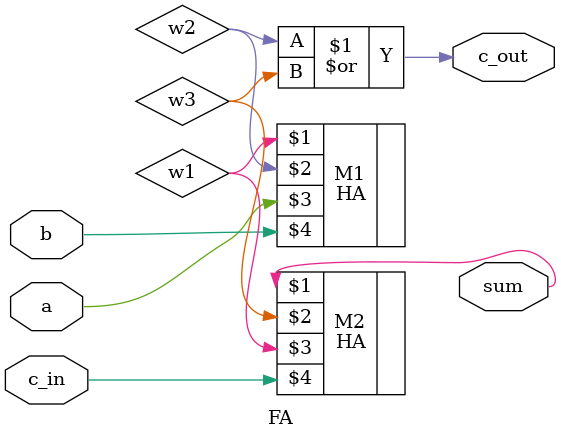
<source format=v>
module FA (sum, c_out, a, b, c_in);
  output 			sum, c_out;
  input 			a, b, c_in;
  wire 			w1, w2, w3;

  HA 	M1 (w1, w2, a, b);
  HA	M2 (sum, w3, w1, c_in);
  or	 		M3 (c_out, w2, w3);
endmodule

</source>
